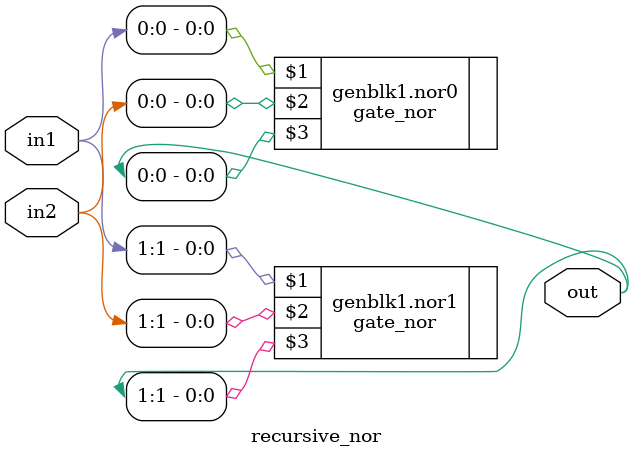
<source format=v>
module recursive_buf(in, out);
   parameter S = 1;

   input [2**S -1 : 0] in;
   output [2**S -1 : 0] out;
   
   if (S == 1)
     begin
	gate_buf buf0(in[0], out[0]);
	gate_buf buf1(in[1], out[1]);
     end
   else
     begin
	recursive_buf #(.S(S-1))recursive_buf0(in[2**(S-1) -1: 0],
					       out[2**(S-1) -1: 0]);
	recursive_buf #(.S(S-1))recursive_buf1(in[2**S - 1:2**(S-1)],
					       out[2**S - 1:2**(S-1)]);
     end
endmodule // recursive_buf

module recursive_not(in, out);
   parameter S = 1;

   input [2**S -1 : 0] in;
   output [2**S -1 : 0] out;
   
   if (S == 1)
     begin
	gate_not not0(in[0], out[0]);
	gate_not not1(in[1], out[1]);
     end
   else
     begin
	recursive_not #(.S(S-1))recursive_not0(in[2**(S-1) -1: 0],
					       out[2**(S-1) -1: 0]);
	recursive_not #(.S(S-1))recursive_not1(in[2**S - 1:2**(S-1)],
					       out[2**S - 1:2**(S-1)]);
     end
endmodule // recursive_not

module recursive_and(in1, in2, out);
   parameter S = 1;

   input [2**S -1 : 0] in1, in2;
   output [2**S -1 : 0] out;
   
   if (S == 1)
     begin
	gate_and and0(in1[0], in2[0], out[0]);
	gate_and and1(in1[1], in2[1], out[1]);
     end
   else
     begin
	recursive_and #(.S(S-1))recursive_and0(in1[2**(S-1) -1: 0],
					       in2[2**(S-1) -1: 0],
					       out[2**(S-1) -1: 0]);
	recursive_and #(.S(S-1))recursive_and1(in1[2**S - 1:2**(S-1)],
					       in2[2**S - 1:2**(S-1)],
					       out[2**S - 1:2**(S-1)]);
     end
endmodule // recursive_and

module recursive_or(in1, in2, out);
   parameter S = 1;

   input [2**S -1 : 0] in1, in2;
   output [2**S -1 : 0] out;
   
   if (S == 1)
     begin
	gate_or or0(in1[0], in2[0], out[0]);
	gate_or or1(in1[1], in2[1], out[1]);
     end
   else
     begin
	recursive_or #(.S(S-1))recursive_or0(in1[2**(S-1) -1: 0],
					       in2[2**(S-1) -1: 0],
					       out[2**(S-1) -1: 0]);
	recursive_or #(.S(S-1))recursive_or1(in1[2**S - 1:2**(S-1)],
					       in2[2**S - 1:2**(S-1)],
					       out[2**S - 1:2**(S-1)]);
     end
endmodule // recursive_or

module recursive_xor(in1, in2, out);
   parameter S = 1;

   input [2**S -1 : 0] in1, in2;
   output [2**S -1 : 0] out;
   
   if (S == 1)
     begin
	gate_xor xor0(in1[0], in2[0], out[0]);
	gate_xor xor1(in1[1], in2[1], out[1]);
     end
   else
     begin
	recursive_xor #(.S(S-1))recursive_xor0(in1[2**(S-1) -1: 0],
					       in2[2**(S-1) -1: 0],
					       out[2**(S-1) -1: 0]);
	recursive_xor #(.S(S-1))recursive_xor1(in1[2**S - 1:2**(S-1)],
					       in2[2**S - 1:2**(S-1)],
					       out[2**S - 1:2**(S-1)]);
     end
endmodule // recursive_xor

module recursive_xnor(in1, in2, out);
   parameter S = 1;

   input [2**S -1 : 0] in1, in2;
   output [2**S -1 : 0] out;
   
   if (S == 1)
     begin
	gate_xnor xnor0(in1[0], in2[0], out[0]);
	gate_xnor xnor1(in1[1], in2[1], out[1]);
     end
   else
     begin
	recursive_xnor #(.S(S-1))recursive_xnor0(in1[2**(S-1) -1: 0],
					       in2[2**(S-1) -1: 0],
					       out[2**(S-1) -1: 0]);
	recursive_xnor #(.S(S-1))recursive_xnor1(in1[2**S - 1:2**(S-1)],
					       in2[2**S - 1:2**(S-1)],
					       out[2**S - 1:2**(S-1)]);
     end
endmodule // recursive_xnor

module recursive_nand(in1, in2, out);
   parameter S = 1;

   input [2**S -1 : 0] in1, in2;
   output [2**S -1 : 0] out;
   
   if (S == 1)
     begin
	gate_nand nand0(in1[0], in2[0], out[0]);
	gate_nand nand1(in1[1], in2[1], out[1]);
     end
   else
     begin
	recursive_nand #(.S(S-1))recursive_nand0(in1[2**(S-1) -1: 0],
					       in2[2**(S-1) -1: 0],
					       out[2**(S-1) -1: 0]);
	recursive_nand #(.S(S-1))recursive_nand1(in1[2**S - 1:2**(S-1)],
					       in2[2**S - 1:2**(S-1)],
					       out[2**S - 1:2**(S-1)]);
     end
endmodule // recursive_nand

module recursive_nor(in1, in2, out);
   parameter S = 1;

   input [2**S -1 : 0] in1, in2;
   output [2**S -1 : 0] out;
   
   if (S == 1)
     begin
	gate_nor nor0(in1[0], in2[0], out[0]);
	gate_nor nor1(in1[1], in2[1], out[1]);
     end
   else
     begin
	recursive_nor #(.S(S-1))recursive_nor0(in1[2**(S-1) -1: 0],
					       in2[2**(S-1) -1: 0],
					       out[2**(S-1) -1: 0]);
	recursive_nor #(.S(S-1))recursive_nor1(in1[2**S - 1:2**(S-1)],
					       in2[2**S - 1:2**(S-1)],
					       out[2**S - 1:2**(S-1)]);
     end
endmodule // recursive_nor



</source>
